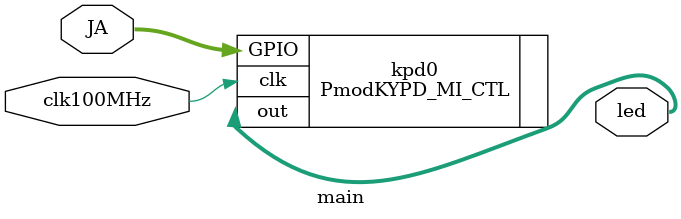
<source format=sv>
`timescale 1ns / 1ps


module main(led, JA, clk100MHz);
    output [15:0] led;
    inout [7:0] JA;
    input clk100MHz;
    
    PmodKYPD_MI_CTL kpd0(.clk(clk100MHz), .out(led), .GPIO(JA));
    
endmodule

</source>
